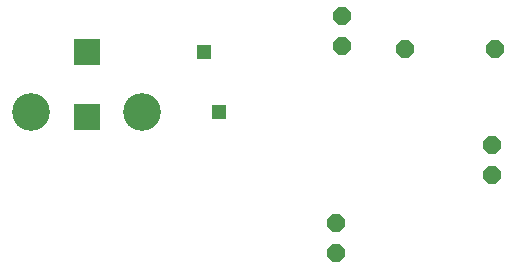
<source format=gbs>
G75*
%MOIN*%
%OFA0B0*%
%FSLAX25Y25*%
%IPPOS*%
%LPD*%
%AMOC8*
5,1,8,0,0,1.08239X$1,22.5*
%
%ADD10OC8,0.06000*%
%ADD11R,0.09068X0.09068*%
%ADD12C,0.12611*%
%ADD13R,0.04762X0.04762*%
D10*
X0124000Y0034000D03*
X0124000Y0044000D03*
X0176000Y0060000D03*
X0176000Y0070000D03*
X0177000Y0102000D03*
X0147000Y0102000D03*
X0126000Y0103000D03*
X0126000Y0113000D03*
D11*
X0041000Y0100827D03*
X0041000Y0079173D03*
D12*
X0022496Y0080984D03*
X0059504Y0080984D03*
D13*
X0085000Y0081000D03*
X0080000Y0101000D03*
M02*

</source>
